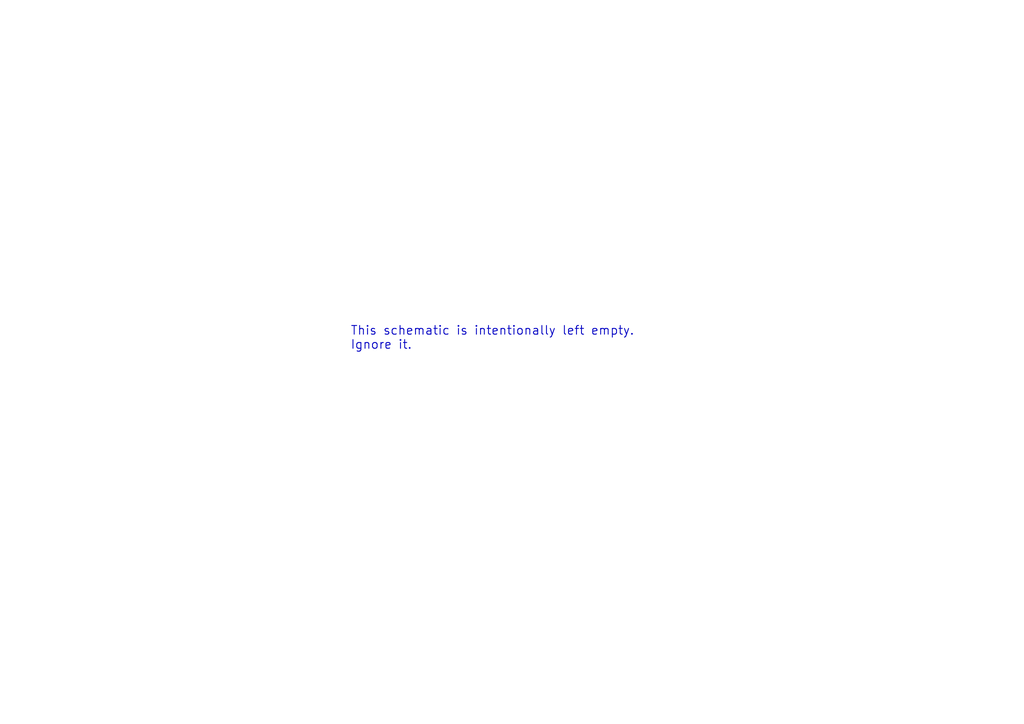
<source format=kicad_sch>
(kicad_sch (version 20211123) (generator eeschema)
  (paper "A4")
  (lib_symbols)
  (text "This schematic is intentionally left empty.\nIgnore it." (at 101.6 101.6 0) (effects (font (size 2.54 2.54) (thickness 0.254) bold) (justify left bottom)))
)
</source>
